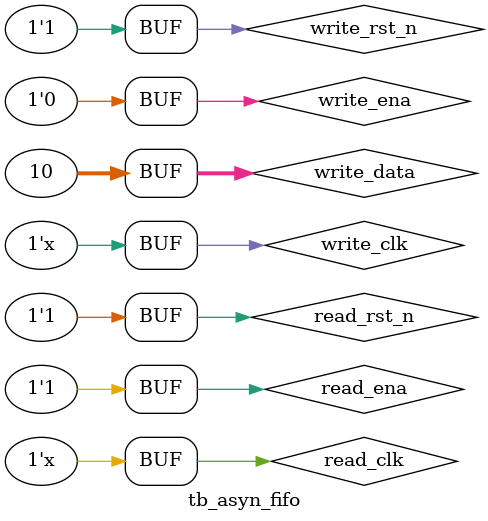
<source format=v>

module tb_asyn_fifo;
parameter DATA_WIDTH = 32;
parameter ADDR_WIDTH = 6;

reg write_clk, write_rst_n, write_ena;
reg [DATA_WIDTH-1:0]  write_data;
wire write_full;

reg read_clk, read_rst_n, read_ena;
wire [DATA_WIDTH-1:0] read_data;
wire read_empty;
 

asyn_fifo_top #(
    .DATA_WIDTH(DATA_WIDTH),
    .ADDR_WIDTH(ADDR_WIDTH)
) asyn_fifo1 (
    //write
    .write_data(write_data),
    .write_full(write_full),
    .write_ena(write_ena),
    .write_clk(write_clk),
    .write_rst_n(write_rst_n),

    //read
    .read_data(read_data),
    .read_ena(read_ena),
    .read_empty(read_empty),
    .read_clk(read_clk),
    .read_rst_n(read_rst_n)
);


localparam CLK_PERIOD_write = 10;
localparam CLK_PERIOD_read  = 40;
always #(CLK_PERIOD_write/2) write_clk =  ~write_clk;
always #(CLK_PERIOD_read/2)  read_clk  =  ~read_clk;


initial begin

    write_clk = 0;read_clk =0;
    write_rst_n = 0; read_rst_n = 0;

    #1  write_rst_n <= 1'b1;
        read_rst_n  <= 1'b1;

    #1  write_ena = 1;
        read_ena  = 1;
    //
    write_data = 32'h0;

    repeat(10) begin
        #10 write_data = write_data + 1;
    end
    #10 write_ena = 0;
    
end

endmodule

//vlog .\tb_asyn_fifo.v .\asyn_fifo_top.v .\asyn_fifo_ram.v .\asyn_fifo_read_ctrl.v .\asyn_fifo_write_ctrl.v .\asyn_fifo_syn_RToW.v .\asyn_fifo_syn_WToR.v
//  vsim .\tb_asyn_fifo.v  -voptargs=+acc
</source>
